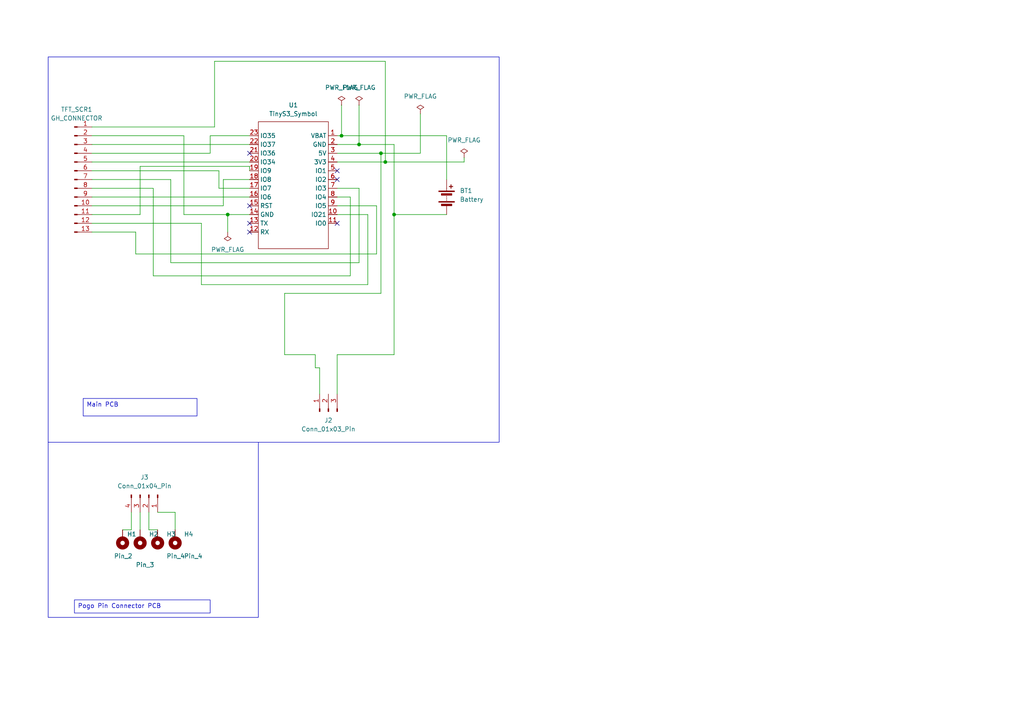
<source format=kicad_sch>
(kicad_sch (version 20230121) (generator eeschema)

  (uuid e2925b64-570f-4017-9c42-691fcefe0c64)

  (paper "A4")

  (title_block
    (title "R.I.O Watch v1")
    (date "2024-06-19")
    (company "Akhilesh Warty")
  )

  (lib_symbols
    (symbol "Connector:Conn_01x03_Pin" (pin_names (offset 1.016) hide) (in_bom yes) (on_board yes)
      (property "Reference" "J" (at 0 5.08 0)
        (effects (font (size 1.27 1.27)))
      )
      (property "Value" "Conn_01x03_Pin" (at 0 -5.08 0)
        (effects (font (size 1.27 1.27)))
      )
      (property "Footprint" "" (at 0 0 0)
        (effects (font (size 1.27 1.27)) hide)
      )
      (property "Datasheet" "~" (at 0 0 0)
        (effects (font (size 1.27 1.27)) hide)
      )
      (property "ki_locked" "" (at 0 0 0)
        (effects (font (size 1.27 1.27)))
      )
      (property "ki_keywords" "connector" (at 0 0 0)
        (effects (font (size 1.27 1.27)) hide)
      )
      (property "ki_description" "Generic connector, single row, 01x03, script generated" (at 0 0 0)
        (effects (font (size 1.27 1.27)) hide)
      )
      (property "ki_fp_filters" "Connector*:*_1x??_*" (at 0 0 0)
        (effects (font (size 1.27 1.27)) hide)
      )
      (symbol "Conn_01x03_Pin_1_1"
        (polyline
          (pts
            (xy 1.27 -2.54)
            (xy 0.8636 -2.54)
          )
          (stroke (width 0.1524) (type default))
          (fill (type none))
        )
        (polyline
          (pts
            (xy 1.27 0)
            (xy 0.8636 0)
          )
          (stroke (width 0.1524) (type default))
          (fill (type none))
        )
        (polyline
          (pts
            (xy 1.27 2.54)
            (xy 0.8636 2.54)
          )
          (stroke (width 0.1524) (type default))
          (fill (type none))
        )
        (rectangle (start 0.8636 -2.413) (end 0 -2.667)
          (stroke (width 0.1524) (type default))
          (fill (type outline))
        )
        (rectangle (start 0.8636 0.127) (end 0 -0.127)
          (stroke (width 0.1524) (type default))
          (fill (type outline))
        )
        (rectangle (start 0.8636 2.667) (end 0 2.413)
          (stroke (width 0.1524) (type default))
          (fill (type outline))
        )
        (pin passive line (at 5.08 2.54 180) (length 3.81)
          (name "Pin_1" (effects (font (size 1.27 1.27))))
          (number "1" (effects (font (size 1.27 1.27))))
        )
        (pin passive line (at 5.08 0 180) (length 3.81)
          (name "Pin_2" (effects (font (size 1.27 1.27))))
          (number "2" (effects (font (size 1.27 1.27))))
        )
        (pin passive line (at 5.08 -2.54 180) (length 3.81)
          (name "Pin_3" (effects (font (size 1.27 1.27))))
          (number "3" (effects (font (size 1.27 1.27))))
        )
      )
    )
    (symbol "Connector:Conn_01x04_Pin" (pin_names (offset 1.016) hide) (in_bom yes) (on_board yes)
      (property "Reference" "J3" (at -5.08 -1.27 90)
        (effects (font (size 1.27 1.27)))
      )
      (property "Value" "Conn_01x04_Pin" (at -2.54 -1.27 90)
        (effects (font (size 1.27 1.27)))
      )
      (property "Footprint" "Connector_FFC-FPC:TE_84952-4_1x04-1MP_P1.0mm_Horizontal" (at 0 0 0)
        (effects (font (size 1.27 1.27)) hide)
      )
      (property "Datasheet" "~" (at 0 0 0)
        (effects (font (size 1.27 1.27)) hide)
      )
      (property "ki_keywords" "connector" (at 0 0 0)
        (effects (font (size 1.27 1.27)) hide)
      )
      (property "ki_description" "Generic connector, single row, 01x04, script generated" (at 0 0 0)
        (effects (font (size 1.27 1.27)) hide)
      )
      (property "ki_fp_filters" "Connector*:*_1x??_*" (at 0 0 0)
        (effects (font (size 1.27 1.27)) hide)
      )
      (symbol "Conn_01x04_Pin_1_1"
        (polyline
          (pts
            (xy 1.27 -5.08)
            (xy 0.8636 -5.08)
          )
          (stroke (width 0.1524) (type default))
          (fill (type none))
        )
        (polyline
          (pts
            (xy 1.27 -2.54)
            (xy 0.8636 -2.54)
          )
          (stroke (width 0.1524) (type default))
          (fill (type none))
        )
        (polyline
          (pts
            (xy 1.27 0)
            (xy 0.8636 0)
          )
          (stroke (width 0.1524) (type default))
          (fill (type none))
        )
        (polyline
          (pts
            (xy 1.27 2.54)
            (xy 0.8636 2.54)
          )
          (stroke (width 0.1524) (type default))
          (fill (type none))
        )
        (rectangle (start 0.8636 -4.953) (end 0 -5.207)
          (stroke (width 0.1524) (type default))
          (fill (type outline))
        )
        (rectangle (start 0.8636 -2.413) (end 0 -2.667)
          (stroke (width 0.1524) (type default))
          (fill (type outline))
        )
        (rectangle (start 0.8636 0.127) (end 0 -0.127)
          (stroke (width 0.1524) (type default))
          (fill (type outline))
        )
        (rectangle (start 0.8636 2.667) (end 0 2.413)
          (stroke (width 0.1524) (type default))
          (fill (type outline))
        )
        (pin passive line (at 5.08 2.54 180) (length 3.81)
          (name "Pin_1" (effects (font (size 1.27 1.27))))
          (number "1" (effects (font (size 1.27 1.27))))
        )
        (pin passive line (at 5.08 0 180) (length 3.81)
          (name "Pin_2" (effects (font (size 1.27 1.27))))
          (number "2" (effects (font (size 1.27 1.27))))
        )
        (pin passive line (at 5.08 -2.54 180) (length 3.81)
          (name "Pin_3" (effects (font (size 1.27 1.27))))
          (number "3" (effects (font (size 1.27 1.27))))
        )
        (pin passive line (at 5.08 -5.08 180) (length 3.81)
          (name "Pin_4" (effects (font (size 1.27 1.27))))
          (number "4" (effects (font (size 1.27 1.27))))
        )
      )
    )
    (symbol "Connector:FPC_13_Pin" (pin_names (offset 1.016) hide) (in_bom yes) (on_board yes)
      (property "Reference" "J1" (at 0.635 20.32 0)
        (effects (font (size 1.27 1.27)))
      )
      (property "Value" "Conn_01x13_Pin" (at 0.635 17.78 0)
        (effects (font (size 1.27 1.27)))
      )
      (property "Footprint" "Connector_JST:JST_GH_BM13B-GHS-TBT_1x13-1MP_P1.25mm_Vertical" (at 0 0 0)
        (effects (font (size 1.27 1.27)) hide)
      )
      (property "Datasheet" "~" (at 0 0 0)
        (effects (font (size 1.27 1.27)) hide)
      )
      (property "ki_keywords" "connector" (at 0 0 0)
        (effects (font (size 1.27 1.27)) hide)
      )
      (property "ki_description" "Generic connector, single row, 01x13, script generated" (at 0 0 0)
        (effects (font (size 1.27 1.27)) hide)
      )
      (property "ki_fp_filters" "Connector*:*_1x??_*" (at 0 0 0)
        (effects (font (size 1.27 1.27)) hide)
      )
      (symbol "FPC_13_Pin_1_1"
        (polyline
          (pts
            (xy 1.27 -15.24)
            (xy 0.8636 -15.24)
          )
          (stroke (width 0.1524) (type default))
          (fill (type none))
        )
        (polyline
          (pts
            (xy 1.27 -12.7)
            (xy 0.8636 -12.7)
          )
          (stroke (width 0.1524) (type default))
          (fill (type none))
        )
        (polyline
          (pts
            (xy 1.27 -10.16)
            (xy 0.8636 -10.16)
          )
          (stroke (width 0.1524) (type default))
          (fill (type none))
        )
        (polyline
          (pts
            (xy 1.27 -7.62)
            (xy 0.8636 -7.62)
          )
          (stroke (width 0.1524) (type default))
          (fill (type none))
        )
        (polyline
          (pts
            (xy 1.27 -5.08)
            (xy 0.8636 -5.08)
          )
          (stroke (width 0.1524) (type default))
          (fill (type none))
        )
        (polyline
          (pts
            (xy 1.27 -2.54)
            (xy 0.8636 -2.54)
          )
          (stroke (width 0.1524) (type default))
          (fill (type none))
        )
        (polyline
          (pts
            (xy 1.27 0)
            (xy 0.8636 0)
          )
          (stroke (width 0.1524) (type default))
          (fill (type none))
        )
        (polyline
          (pts
            (xy 1.27 2.54)
            (xy 0.8636 2.54)
          )
          (stroke (width 0.1524) (type default))
          (fill (type none))
        )
        (polyline
          (pts
            (xy 1.27 5.08)
            (xy 0.8636 5.08)
          )
          (stroke (width 0.1524) (type default))
          (fill (type none))
        )
        (polyline
          (pts
            (xy 1.27 7.62)
            (xy 0.8636 7.62)
          )
          (stroke (width 0.1524) (type default))
          (fill (type none))
        )
        (polyline
          (pts
            (xy 1.27 10.16)
            (xy 0.8636 10.16)
          )
          (stroke (width 0.1524) (type default))
          (fill (type none))
        )
        (polyline
          (pts
            (xy 1.27 12.7)
            (xy 0.8636 12.7)
          )
          (stroke (width 0.1524) (type default))
          (fill (type none))
        )
        (polyline
          (pts
            (xy 1.27 15.24)
            (xy 0.8636 15.24)
          )
          (stroke (width 0.1524) (type default))
          (fill (type none))
        )
        (rectangle (start 0.8636 -15.113) (end 0 -15.367)
          (stroke (width 0.1524) (type default))
          (fill (type outline))
        )
        (rectangle (start 0.8636 -12.573) (end 0 -12.827)
          (stroke (width 0.1524) (type default))
          (fill (type outline))
        )
        (rectangle (start 0.8636 -10.033) (end 0 -10.287)
          (stroke (width 0.1524) (type default))
          (fill (type outline))
        )
        (rectangle (start 0.8636 -7.493) (end 0 -7.747)
          (stroke (width 0.1524) (type default))
          (fill (type outline))
        )
        (rectangle (start 0.8636 -4.953) (end 0 -5.207)
          (stroke (width 0.1524) (type default))
          (fill (type outline))
        )
        (rectangle (start 0.8636 -2.413) (end 0 -2.667)
          (stroke (width 0.1524) (type default))
          (fill (type outline))
        )
        (rectangle (start 0.8636 0.127) (end 0 -0.127)
          (stroke (width 0.1524) (type default))
          (fill (type outline))
        )
        (rectangle (start 0.8636 2.667) (end 0 2.413)
          (stroke (width 0.1524) (type default))
          (fill (type outline))
        )
        (rectangle (start 0.8636 5.207) (end 0 4.953)
          (stroke (width 0.1524) (type default))
          (fill (type outline))
        )
        (rectangle (start 0.8636 7.747) (end 0 7.493)
          (stroke (width 0.1524) (type default))
          (fill (type outline))
        )
        (rectangle (start 0.8636 10.287) (end 0 10.033)
          (stroke (width 0.1524) (type default))
          (fill (type outline))
        )
        (rectangle (start 0.8636 12.827) (end 0 12.573)
          (stroke (width 0.1524) (type default))
          (fill (type outline))
        )
        (rectangle (start 0.8636 15.367) (end 0 15.113)
          (stroke (width 0.1524) (type default))
          (fill (type outline))
        )
        (pin passive line (at 5.08 15.24 180) (length 3.81)
          (name "Pin_1" (effects (font (size 1.27 1.27))))
          (number "1" (effects (font (size 1.27 1.27))))
        )
        (pin passive line (at 5.08 -7.62 180) (length 3.81)
          (name "Pin_10" (effects (font (size 1.27 1.27))))
          (number "10" (effects (font (size 1.27 1.27))))
        )
        (pin passive line (at 5.08 -10.16 180) (length 3.81)
          (name "Pin_11" (effects (font (size 1.27 1.27))))
          (number "11" (effects (font (size 1.27 1.27))))
        )
        (pin passive line (at 5.08 -12.7 180) (length 3.81)
          (name "Pin_12" (effects (font (size 1.27 1.27))))
          (number "12" (effects (font (size 1.27 1.27))))
        )
        (pin passive line (at 5.08 -15.24 180) (length 3.81)
          (name "Pin_13" (effects (font (size 1.27 1.27))))
          (number "13" (effects (font (size 1.27 1.27))))
        )
        (pin passive line (at 5.08 12.7 180) (length 3.81)
          (name "Pin_2" (effects (font (size 1.27 1.27))))
          (number "2" (effects (font (size 1.27 1.27))))
        )
        (pin passive line (at 5.08 10.16 180) (length 3.81)
          (name "Pin_3" (effects (font (size 1.27 1.27))))
          (number "3" (effects (font (size 1.27 1.27))))
        )
        (pin passive line (at 5.08 7.62 180) (length 3.81)
          (name "Pin_4" (effects (font (size 1.27 1.27))))
          (number "4" (effects (font (size 1.27 1.27))))
        )
        (pin passive line (at 5.08 5.08 180) (length 3.81)
          (name "Pin_5" (effects (font (size 1.27 1.27))))
          (number "5" (effects (font (size 1.27 1.27))))
        )
        (pin passive line (at 5.08 2.54 180) (length 3.81)
          (name "Pin_6" (effects (font (size 1.27 1.27))))
          (number "6" (effects (font (size 1.27 1.27))))
        )
        (pin passive line (at 5.08 0 180) (length 3.81)
          (name "Pin_7" (effects (font (size 1.27 1.27))))
          (number "7" (effects (font (size 1.27 1.27))))
        )
        (pin passive line (at 5.08 -2.54 180) (length 3.81)
          (name "Pin_8" (effects (font (size 1.27 1.27))))
          (number "8" (effects (font (size 1.27 1.27))))
        )
        (pin passive line (at 5.08 -5.08 180) (length 3.81)
          (name "Pin_9" (effects (font (size 1.27 1.27))))
          (number "9" (effects (font (size 1.27 1.27))))
        )
      )
    )
    (symbol "Device:Battery" (pin_numbers hide) (pin_names (offset 0) hide) (in_bom yes) (on_board yes)
      (property "Reference" "BT" (at 2.54 2.54 0)
        (effects (font (size 1.27 1.27)) (justify left))
      )
      (property "Value" "Battery" (at 2.54 0 0)
        (effects (font (size 1.27 1.27)) (justify left))
      )
      (property "Footprint" "" (at 0 1.524 90)
        (effects (font (size 1.27 1.27)) hide)
      )
      (property "Datasheet" "~" (at 0 1.524 90)
        (effects (font (size 1.27 1.27)) hide)
      )
      (property "ki_keywords" "batt voltage-source cell" (at 0 0 0)
        (effects (font (size 1.27 1.27)) hide)
      )
      (property "ki_description" "Multiple-cell battery" (at 0 0 0)
        (effects (font (size 1.27 1.27)) hide)
      )
      (symbol "Battery_0_1"
        (rectangle (start -2.286 -1.27) (end 2.286 -1.524)
          (stroke (width 0) (type default))
          (fill (type outline))
        )
        (rectangle (start -2.286 1.778) (end 2.286 1.524)
          (stroke (width 0) (type default))
          (fill (type outline))
        )
        (rectangle (start -1.524 -2.032) (end 1.524 -2.54)
          (stroke (width 0) (type default))
          (fill (type outline))
        )
        (rectangle (start -1.524 1.016) (end 1.524 0.508)
          (stroke (width 0) (type default))
          (fill (type outline))
        )
        (polyline
          (pts
            (xy 0 -1.016)
            (xy 0 -0.762)
          )
          (stroke (width 0) (type default))
          (fill (type none))
        )
        (polyline
          (pts
            (xy 0 -0.508)
            (xy 0 -0.254)
          )
          (stroke (width 0) (type default))
          (fill (type none))
        )
        (polyline
          (pts
            (xy 0 0)
            (xy 0 0.254)
          )
          (stroke (width 0) (type default))
          (fill (type none))
        )
        (polyline
          (pts
            (xy 0 1.778)
            (xy 0 2.54)
          )
          (stroke (width 0) (type default))
          (fill (type none))
        )
        (polyline
          (pts
            (xy 0.762 3.048)
            (xy 1.778 3.048)
          )
          (stroke (width 0.254) (type default))
          (fill (type none))
        )
        (polyline
          (pts
            (xy 1.27 3.556)
            (xy 1.27 2.54)
          )
          (stroke (width 0.254) (type default))
          (fill (type none))
        )
      )
      (symbol "Battery_1_1"
        (pin passive line (at 0 5.08 270) (length 2.54)
          (name "+" (effects (font (size 1.27 1.27))))
          (number "1" (effects (font (size 1.27 1.27))))
        )
        (pin passive line (at 0 -5.08 90) (length 2.54)
          (name "-" (effects (font (size 1.27 1.27))))
          (number "2" (effects (font (size 1.27 1.27))))
        )
      )
    )
    (symbol "Mechanical:MountingHole_Pad" (pin_numbers hide) (pin_names (offset 1.016) hide) (in_bom yes) (on_board yes)
      (property "Reference" "H" (at 0 6.35 0)
        (effects (font (size 1.27 1.27)))
      )
      (property "Value" "MountingHole_Pad" (at 0 4.445 0)
        (effects (font (size 1.27 1.27)))
      )
      (property "Footprint" "" (at 0 0 0)
        (effects (font (size 1.27 1.27)) hide)
      )
      (property "Datasheet" "~" (at 0 0 0)
        (effects (font (size 1.27 1.27)) hide)
      )
      (property "ki_keywords" "mounting hole" (at 0 0 0)
        (effects (font (size 1.27 1.27)) hide)
      )
      (property "ki_description" "Mounting Hole with connection" (at 0 0 0)
        (effects (font (size 1.27 1.27)) hide)
      )
      (property "ki_fp_filters" "MountingHole*Pad*" (at 0 0 0)
        (effects (font (size 1.27 1.27)) hide)
      )
      (symbol "MountingHole_Pad_0_1"
        (circle (center 0 1.27) (radius 1.27)
          (stroke (width 1.27) (type default))
          (fill (type none))
        )
      )
      (symbol "MountingHole_Pad_1_1"
        (pin input line (at 0 -2.54 90) (length 2.54)
          (name "1" (effects (font (size 1.27 1.27))))
          (number "1" (effects (font (size 1.27 1.27))))
        )
      )
    )
    (symbol "TinyS3:TinyS3_Symbol" (in_bom yes) (on_board yes)
      (property "Reference" "U" (at -0.508 -20.32 0)
        (effects (font (size 1.27 1.27)))
      )
      (property "Value" "TinyS3_Symbol" (at -0.508 21.844 0)
        (effects (font (size 1.27 1.27)))
      )
      (property "Footprint" "TinyS3:TinyS3" (at -0.508 1.524 0)
        (effects (font (size 1.27 1.27)) hide)
      )
      (property "Datasheet" "" (at -0.508 1.524 0)
        (effects (font (size 1.27 1.27)) hide)
      )
      (symbol "TinyS3_Symbol_0_1"
        (rectangle (start -10.16 19.304) (end 10.16 -17.526)
          (stroke (width 0.1524) (type default))
          (fill (type none))
        )
      )
      (symbol "TinyS3_Symbol_1_1"
        (pin power_in line (at 12.7 15.24 180) (length 2.54)
          (name "VBAT" (effects (font (size 1.27 1.27))))
          (number "1" (effects (font (size 1.27 1.27))))
        )
        (pin bidirectional line (at 12.7 -7.62 180) (length 2.54)
          (name "IO21" (effects (font (size 1.27 1.27))))
          (number "10" (effects (font (size 1.27 1.27))))
        )
        (pin bidirectional line (at 12.7 -10.16 180) (length 2.54)
          (name "IO0" (effects (font (size 1.27 1.27))))
          (number "11" (effects (font (size 1.27 1.27))))
        )
        (pin bidirectional line (at -12.7 -12.7 0) (length 2.54)
          (name "RX" (effects (font (size 1.27 1.27))))
          (number "12" (effects (font (size 1.27 1.27))))
        )
        (pin bidirectional line (at -12.7 -10.16 0) (length 2.54)
          (name "TX" (effects (font (size 1.27 1.27))))
          (number "13" (effects (font (size 1.27 1.27))))
        )
        (pin power_in line (at -12.7 -7.62 0) (length 2.54)
          (name "GND" (effects (font (size 1.27 1.27))))
          (number "14" (effects (font (size 1.27 1.27))))
        )
        (pin input line (at -12.7 -5.08 0) (length 2.54)
          (name "RST" (effects (font (size 1.27 1.27))))
          (number "15" (effects (font (size 1.27 1.27))))
        )
        (pin bidirectional line (at -12.7 -2.54 0) (length 2.54)
          (name "IO6" (effects (font (size 1.27 1.27))))
          (number "16" (effects (font (size 1.27 1.27))))
        )
        (pin bidirectional line (at -12.7 0 0) (length 2.54)
          (name "IO7" (effects (font (size 1.27 1.27))))
          (number "17" (effects (font (size 1.27 1.27))))
        )
        (pin bidirectional line (at -12.7 2.54 0) (length 2.54)
          (name "IO8" (effects (font (size 1.27 1.27))))
          (number "18" (effects (font (size 1.27 1.27))))
        )
        (pin bidirectional line (at -12.7 5.08 0) (length 2.54)
          (name "IO9" (effects (font (size 1.27 1.27))))
          (number "19" (effects (font (size 1.27 1.27))))
        )
        (pin power_in line (at 12.7 12.7 180) (length 2.54)
          (name "GND" (effects (font (size 1.27 1.27))))
          (number "2" (effects (font (size 1.27 1.27))))
        )
        (pin bidirectional line (at -12.7 7.62 0) (length 2.54)
          (name "IO34" (effects (font (size 1.27 1.27))))
          (number "20" (effects (font (size 1.27 1.27))))
        )
        (pin bidirectional line (at -12.7 10.16 0) (length 2.54)
          (name "IO36" (effects (font (size 1.27 1.27))))
          (number "21" (effects (font (size 1.27 1.27))))
        )
        (pin bidirectional line (at -12.7 12.7 0) (length 2.54)
          (name "IO37" (effects (font (size 1.27 1.27))))
          (number "22" (effects (font (size 1.27 1.27))))
        )
        (pin bidirectional line (at -12.7 15.24 0) (length 2.54)
          (name "IO35" (effects (font (size 1.27 1.27))))
          (number "23" (effects (font (size 1.27 1.27))))
        )
        (pin power_in line (at 12.7 10.16 180) (length 2.54)
          (name "5V" (effects (font (size 1.27 1.27))))
          (number "3" (effects (font (size 1.27 1.27))))
        )
        (pin power_in line (at 12.7 7.62 180) (length 2.54)
          (name "3V3" (effects (font (size 1.27 1.27))))
          (number "4" (effects (font (size 1.27 1.27))))
        )
        (pin bidirectional line (at 12.7 5.08 180) (length 2.54)
          (name "IO1" (effects (font (size 1.27 1.27))))
          (number "5" (effects (font (size 1.27 1.27))))
        )
        (pin bidirectional line (at 12.7 2.54 180) (length 2.54)
          (name "IO2" (effects (font (size 1.27 1.27))))
          (number "6" (effects (font (size 1.27 1.27))))
        )
        (pin bidirectional line (at 12.7 0 180) (length 2.54)
          (name "IO3" (effects (font (size 1.27 1.27))))
          (number "7" (effects (font (size 1.27 1.27))))
        )
        (pin bidirectional line (at 12.7 -2.54 180) (length 2.54)
          (name "IO4" (effects (font (size 1.27 1.27))))
          (number "8" (effects (font (size 1.27 1.27))))
        )
        (pin bidirectional line (at 12.7 -5.08 180) (length 2.54)
          (name "IO5" (effects (font (size 1.27 1.27))))
          (number "9" (effects (font (size 1.27 1.27))))
        )
      )
    )
    (symbol "power:PWR_FLAG" (power) (pin_numbers hide) (pin_names (offset 0) hide) (in_bom yes) (on_board yes)
      (property "Reference" "#FLG" (at 0 1.905 0)
        (effects (font (size 1.27 1.27)) hide)
      )
      (property "Value" "PWR_FLAG" (at 0 3.81 0)
        (effects (font (size 1.27 1.27)))
      )
      (property "Footprint" "" (at 0 0 0)
        (effects (font (size 1.27 1.27)) hide)
      )
      (property "Datasheet" "~" (at 0 0 0)
        (effects (font (size 1.27 1.27)) hide)
      )
      (property "ki_keywords" "flag power" (at 0 0 0)
        (effects (font (size 1.27 1.27)) hide)
      )
      (property "ki_description" "Special symbol for telling ERC where power comes from" (at 0 0 0)
        (effects (font (size 1.27 1.27)) hide)
      )
      (symbol "PWR_FLAG_0_0"
        (pin power_out line (at 0 0 90) (length 0)
          (name "pwr" (effects (font (size 1.27 1.27))))
          (number "1" (effects (font (size 1.27 1.27))))
        )
      )
      (symbol "PWR_FLAG_0_1"
        (polyline
          (pts
            (xy 0 0)
            (xy 0 1.27)
            (xy -1.016 1.905)
            (xy 0 2.54)
            (xy 1.016 1.905)
            (xy 0 1.27)
          )
          (stroke (width 0) (type default))
          (fill (type none))
        )
      )
    )
  )

  (junction (at 111.76 46.99) (diameter 0) (color 0 0 0 0)
    (uuid 3d1a4781-387e-4e40-8feb-a921c68a6228)
  )
  (junction (at 104.14 41.91) (diameter 0) (color 0 0 0 0)
    (uuid 57f37c73-ce8d-4a85-9c30-3b3cc458744c)
  )
  (junction (at 110.49 44.45) (diameter 0) (color 0 0 0 0)
    (uuid 68012d79-5ff4-4b56-bbaf-9ad1ad9a3f5a)
  )
  (junction (at 66.04 62.23) (diameter 0) (color 0 0 0 0)
    (uuid 7f53abce-2f6d-40ef-878b-ef1de292b5e9)
  )
  (junction (at 99.06 39.37) (diameter 0) (color 0 0 0 0)
    (uuid fc3e1f37-5de3-40d2-b226-b511afdda90f)
  )
  (junction (at 114.3 62.23) (diameter 0) (color 0 0 0 0)
    (uuid fd0140de-2c0a-4356-9554-a8f0a8469275)
  )

  (no_connect (at 97.79 64.77) (uuid 37e8d04c-e217-480e-b485-9d69fd28cc0c))
  (no_connect (at 72.39 59.69) (uuid 41a65ef5-b096-404f-8a1a-5ff2b80d1e67))
  (no_connect (at 97.79 49.53) (uuid 6b8bf400-02e4-48d5-8c74-98a7f677645d))
  (no_connect (at 97.79 52.07) (uuid 7bb4b1c4-5ee4-47e1-9b57-43eead886d6b))
  (no_connect (at 72.39 67.31) (uuid 87318952-4922-43b0-bb53-81b96e62b982))
  (no_connect (at 72.39 64.77) (uuid 8f887349-64ad-4820-a964-d0b07c4776fe))
  (no_connect (at 72.39 44.45) (uuid cb121586-5aef-4efa-bd96-ee02a425137b))

  (wire (pts (xy 97.79 39.37) (xy 99.06 39.37))
    (stroke (width 0) (type default))
    (uuid 053d7c45-df48-48e6-bb47-4705e8787354)
  )
  (wire (pts (xy 53.34 39.37) (xy 53.34 62.23))
    (stroke (width 0) (type default))
    (uuid 07367b0d-a1aa-4524-aea4-4f5fb5960756)
  )
  (wire (pts (xy 97.79 102.87) (xy 97.79 114.3))
    (stroke (width 0) (type default))
    (uuid 09f6d04c-b09e-48bf-b52b-6fb8d9482dab)
  )
  (wire (pts (xy 63.5 54.61) (xy 72.39 54.61))
    (stroke (width 0) (type default))
    (uuid 148fff66-8aa2-4ec2-9b2f-5680d4a0fa13)
  )
  (wire (pts (xy 60.96 44.45) (xy 60.96 39.37))
    (stroke (width 0) (type default))
    (uuid 1a464181-d913-4086-892d-8f9f3cc6eac3)
  )
  (wire (pts (xy 111.76 17.78) (xy 111.76 46.99))
    (stroke (width 0) (type default))
    (uuid 1b5c6728-d038-48f3-b65e-c26d776cabca)
  )
  (wire (pts (xy 26.67 57.15) (xy 72.39 57.15))
    (stroke (width 0) (type default))
    (uuid 1d8737b8-ab3d-4bac-aaa2-30f1c4697ffd)
  )
  (wire (pts (xy 44.45 54.61) (xy 44.45 80.01))
    (stroke (width 0) (type default))
    (uuid 1fe53626-d82f-485e-9e1c-09c2f0a000e5)
  )
  (wire (pts (xy 50.8 148.59) (xy 45.72 148.59))
    (stroke (width 0) (type default))
    (uuid 2c2d2e54-7340-4fa6-a07c-f70aafd7f214)
  )
  (wire (pts (xy 134.62 45.72) (xy 134.62 46.99))
    (stroke (width 0) (type default))
    (uuid 2c4dd82b-191a-44c7-a95d-becccfb7e3da)
  )
  (wire (pts (xy 109.22 59.69) (xy 97.79 59.69))
    (stroke (width 0) (type default))
    (uuid 2c820f21-efe1-45a5-86cb-aee4c7d70154)
  )
  (wire (pts (xy 38.1 148.59) (xy 38.1 153.67))
    (stroke (width 0) (type default))
    (uuid 2cc2ecc6-9afa-472c-a618-7523e5518649)
  )
  (wire (pts (xy 35.56 153.67) (xy 38.1 153.67))
    (stroke (width 0) (type default))
    (uuid 2fc0c63c-6935-45cd-b6ca-67b3e908be4b)
  )
  (wire (pts (xy 26.67 39.37) (xy 53.34 39.37))
    (stroke (width 0) (type default))
    (uuid 31887472-8382-4ec9-b528-209ae39fc077)
  )
  (wire (pts (xy 111.76 46.99) (xy 97.79 46.99))
    (stroke (width 0) (type default))
    (uuid 33327ae7-3608-47b6-a512-2ddc823be174)
  )
  (wire (pts (xy 26.67 67.31) (xy 39.37 67.31))
    (stroke (width 0) (type default))
    (uuid 34ed2584-fd77-4f83-ba4c-2bee52a6dcdc)
  )
  (wire (pts (xy 121.92 44.45) (xy 110.49 44.45))
    (stroke (width 0) (type default))
    (uuid 39f82e91-b8ad-4448-a33c-e7eb5e649570)
  )
  (wire (pts (xy 45.72 153.67) (xy 43.18 153.67))
    (stroke (width 0) (type default))
    (uuid 3b38ac52-5da5-40fc-a8bc-f09d335e9991)
  )
  (wire (pts (xy 110.49 85.09) (xy 110.49 44.45))
    (stroke (width 0) (type default))
    (uuid 3f29d9ce-44a6-4ed5-9b19-94d45e8318b6)
  )
  (wire (pts (xy 26.67 41.91) (xy 72.39 41.91))
    (stroke (width 0) (type default))
    (uuid 41a0ded5-8b9b-4f97-a248-c9ba81fb044e)
  )
  (wire (pts (xy 39.37 67.31) (xy 39.37 73.66))
    (stroke (width 0) (type default))
    (uuid 44cf7bd5-0d82-436d-a761-67ba2a7ff980)
  )
  (wire (pts (xy 66.04 62.23) (xy 72.39 62.23))
    (stroke (width 0) (type default))
    (uuid 4bfb78b7-ed9e-421b-98cb-f4de8c583c38)
  )
  (wire (pts (xy 72.39 48.26) (xy 72.39 49.53))
    (stroke (width 0) (type default))
    (uuid 56f5e668-e00f-4a09-8bcd-bf9b41562cee)
  )
  (wire (pts (xy 82.55 102.87) (xy 91.44 102.87))
    (stroke (width 0) (type default))
    (uuid 59e122e1-5eeb-4043-946b-6ea446c21a8f)
  )
  (wire (pts (xy 64.77 59.69) (xy 64.77 52.07))
    (stroke (width 0) (type default))
    (uuid 5ea1d925-e0d4-467d-a26f-6bd9c400539b)
  )
  (wire (pts (xy 114.3 102.87) (xy 114.3 62.23))
    (stroke (width 0) (type default))
    (uuid 64cd92f3-7a15-4d49-afa3-ee5bb5d81ad9)
  )
  (wire (pts (xy 26.67 64.77) (xy 58.42 64.77))
    (stroke (width 0) (type default))
    (uuid 699fae73-1ae5-49f9-a276-91b909ef99db)
  )
  (wire (pts (xy 60.96 39.37) (xy 72.39 39.37))
    (stroke (width 0) (type default))
    (uuid 69c1629e-c365-4029-b000-40f9abc261c1)
  )
  (wire (pts (xy 63.5 49.53) (xy 63.5 54.61))
    (stroke (width 0) (type default))
    (uuid 6f508c80-cd79-446e-8ffd-38428919a048)
  )
  (wire (pts (xy 26.67 36.83) (xy 62.23 36.83))
    (stroke (width 0) (type default))
    (uuid 718383d5-1c44-4576-bdb4-b71398f7e1c5)
  )
  (wire (pts (xy 97.79 102.87) (xy 114.3 102.87))
    (stroke (width 0) (type default))
    (uuid 73e11a1a-e45a-4388-b239-1546667ea605)
  )
  (wire (pts (xy 92.71 114.3) (xy 92.71 106.68))
    (stroke (width 0) (type default))
    (uuid 75d3cfea-b349-493c-9b46-1186a5297819)
  )
  (wire (pts (xy 104.14 41.91) (xy 114.3 41.91))
    (stroke (width 0) (type default))
    (uuid 76999c5b-3b68-40c0-abc3-d64f20783c04)
  )
  (wire (pts (xy 40.64 62.23) (xy 40.64 48.26))
    (stroke (width 0) (type default))
    (uuid 7e3e3edc-2dcc-49d8-8f0d-22777cb40072)
  )
  (wire (pts (xy 106.68 82.55) (xy 106.68 62.23))
    (stroke (width 0) (type default))
    (uuid 80a7b1e6-bc98-4b1c-8a54-d94c1fb2712c)
  )
  (wire (pts (xy 43.18 153.67) (xy 43.18 148.59))
    (stroke (width 0) (type default))
    (uuid 842400f5-12f1-4df5-8d98-cb33d6e20e3c)
  )
  (wire (pts (xy 114.3 62.23) (xy 129.54 62.23))
    (stroke (width 0) (type default))
    (uuid 8b9f5e8b-a555-427d-812d-4d9000230f81)
  )
  (wire (pts (xy 92.71 106.68) (xy 91.44 106.68))
    (stroke (width 0) (type default))
    (uuid 8d210e21-3835-431f-b58d-47e3f22c3c8a)
  )
  (wire (pts (xy 97.79 57.15) (xy 101.6 57.15))
    (stroke (width 0) (type default))
    (uuid 8da5239d-fcef-4ac5-aab3-13ffcf942a8a)
  )
  (wire (pts (xy 99.06 30.48) (xy 99.06 39.37))
    (stroke (width 0) (type default))
    (uuid 90e7f595-b4a5-4738-bbf8-e70ccb87abf2)
  )
  (wire (pts (xy 134.62 46.99) (xy 111.76 46.99))
    (stroke (width 0) (type default))
    (uuid 94e357cb-97c1-4644-b83b-daf38206483d)
  )
  (wire (pts (xy 91.44 102.87) (xy 91.44 106.68))
    (stroke (width 0) (type default))
    (uuid 966cf907-40a9-4aa1-909f-30f4d9cbf6c4)
  )
  (wire (pts (xy 62.23 36.83) (xy 62.23 17.78))
    (stroke (width 0) (type default))
    (uuid 98ae687b-318e-470b-b78b-a13dec1befe0)
  )
  (wire (pts (xy 44.45 80.01) (xy 101.6 80.01))
    (stroke (width 0) (type default))
    (uuid 994348e5-9ccb-4404-89a9-2a40a24a65b2)
  )
  (wire (pts (xy 64.77 52.07) (xy 72.39 52.07))
    (stroke (width 0) (type default))
    (uuid 9b1adfae-7586-4b5e-8b25-2c69d9daa310)
  )
  (wire (pts (xy 129.54 39.37) (xy 129.54 52.07))
    (stroke (width 0) (type default))
    (uuid a0991e44-6403-4e7c-850a-07ca99fd4d79)
  )
  (wire (pts (xy 39.37 73.66) (xy 109.22 73.66))
    (stroke (width 0) (type default))
    (uuid a7930387-a738-4a69-9c28-5bdddbf7a3cf)
  )
  (wire (pts (xy 106.68 62.23) (xy 97.79 62.23))
    (stroke (width 0) (type default))
    (uuid a94d8540-c468-4509-b2ef-192c156cc75d)
  )
  (wire (pts (xy 53.34 62.23) (xy 66.04 62.23))
    (stroke (width 0) (type default))
    (uuid afbb97b5-e9ac-45ff-898f-fcb22f682489)
  )
  (wire (pts (xy 26.67 49.53) (xy 63.5 49.53))
    (stroke (width 0) (type default))
    (uuid b52e17cf-0a74-457a-8075-60f0f7400818)
  )
  (wire (pts (xy 26.67 54.61) (xy 44.45 54.61))
    (stroke (width 0) (type default))
    (uuid b6238dcb-1069-41c2-9f0f-d6129f102428)
  )
  (wire (pts (xy 97.79 41.91) (xy 104.14 41.91))
    (stroke (width 0) (type default))
    (uuid b84cf4ad-affc-424f-8c57-25ababe5ea00)
  )
  (wire (pts (xy 40.64 148.59) (xy 40.64 153.67))
    (stroke (width 0) (type default))
    (uuid bec8f1c0-e184-423d-acaf-027f4fc83a7a)
  )
  (wire (pts (xy 99.06 39.37) (xy 129.54 39.37))
    (stroke (width 0) (type default))
    (uuid bf21024a-d419-4a2a-88ad-12a2c2374e6c)
  )
  (wire (pts (xy 66.04 62.23) (xy 66.04 67.31))
    (stroke (width 0) (type default))
    (uuid bf51eef2-f39f-447f-8188-73183e2e8750)
  )
  (wire (pts (xy 40.64 48.26) (xy 72.39 48.26))
    (stroke (width 0) (type default))
    (uuid bf7aa7e2-ba0f-49fc-b201-0e901b8ccc10)
  )
  (wire (pts (xy 82.55 85.09) (xy 110.49 85.09))
    (stroke (width 0) (type default))
    (uuid c01031cd-59f0-4b69-bd75-c24086e88959)
  )
  (wire (pts (xy 62.23 17.78) (xy 111.76 17.78))
    (stroke (width 0) (type default))
    (uuid c0f02f85-9b03-45ba-b596-0d5324a4dd32)
  )
  (wire (pts (xy 104.14 54.61) (xy 97.79 54.61))
    (stroke (width 0) (type default))
    (uuid c28e388f-70be-4126-a927-b503bfd8f1e2)
  )
  (wire (pts (xy 121.92 33.02) (xy 121.92 44.45))
    (stroke (width 0) (type default))
    (uuid c389fa74-c23b-4e33-8bf8-270a0af29639)
  )
  (wire (pts (xy 104.14 76.2) (xy 104.14 54.61))
    (stroke (width 0) (type default))
    (uuid c56963c9-d444-45b5-91d4-a78f046c61cc)
  )
  (wire (pts (xy 26.67 52.07) (xy 49.53 52.07))
    (stroke (width 0) (type default))
    (uuid c934cb27-fdf8-4747-8a08-8857f17442a2)
  )
  (wire (pts (xy 49.53 76.2) (xy 104.14 76.2))
    (stroke (width 0) (type default))
    (uuid cd1c99be-d5a5-437a-b8d0-31e9c7b0bb4b)
  )
  (wire (pts (xy 26.67 44.45) (xy 60.96 44.45))
    (stroke (width 0) (type default))
    (uuid cfa30b90-1da8-4f4d-9561-f73a2c859edd)
  )
  (wire (pts (xy 110.49 44.45) (xy 97.79 44.45))
    (stroke (width 0) (type default))
    (uuid d09db79d-a3eb-4f13-b086-eeef0eb284ff)
  )
  (wire (pts (xy 26.67 46.99) (xy 72.39 46.99))
    (stroke (width 0) (type default))
    (uuid d198d247-96b8-489b-8a72-adbe4dea6a97)
  )
  (wire (pts (xy 82.55 102.87) (xy 82.55 85.09))
    (stroke (width 0) (type default))
    (uuid d83d9f2a-8680-4326-a127-538017261855)
  )
  (wire (pts (xy 114.3 62.23) (xy 114.3 41.91))
    (stroke (width 0) (type default))
    (uuid d98e59f9-f86f-44db-9b37-02ee40fa2361)
  )
  (wire (pts (xy 26.67 59.69) (xy 64.77 59.69))
    (stroke (width 0) (type default))
    (uuid da021f35-1cfc-45d8-bf1f-a429048cd600)
  )
  (wire (pts (xy 101.6 57.15) (xy 101.6 80.01))
    (stroke (width 0) (type default))
    (uuid dc65d84c-6248-4fa5-b187-a2a863824703)
  )
  (wire (pts (xy 104.14 30.48) (xy 104.14 41.91))
    (stroke (width 0) (type default))
    (uuid e68ad06c-d87c-486c-8b69-b40e747dcba5)
  )
  (wire (pts (xy 26.67 62.23) (xy 40.64 62.23))
    (stroke (width 0) (type default))
    (uuid eda56d6c-e3c5-485b-8445-94811ef9e065)
  )
  (wire (pts (xy 58.42 64.77) (xy 58.42 82.55))
    (stroke (width 0) (type default))
    (uuid f1fb9af3-2935-4503-b9c6-ebefb8af865c)
  )
  (wire (pts (xy 50.8 153.67) (xy 50.8 148.59))
    (stroke (width 0) (type default))
    (uuid f35ece92-bebf-48fd-9056-5564a75ed582)
  )
  (wire (pts (xy 109.22 73.66) (xy 109.22 59.69))
    (stroke (width 0) (type default))
    (uuid f493b52d-e309-4748-8a74-b8a8ccfc773e)
  )
  (wire (pts (xy 49.53 52.07) (xy 49.53 76.2))
    (stroke (width 0) (type default))
    (uuid f5b414f7-430e-4d51-96c9-978da697f802)
  )
  (wire (pts (xy 58.42 82.55) (xy 106.68 82.55))
    (stroke (width 0) (type default))
    (uuid fc9b4828-b7ac-400f-aa0a-731e879351c5)
  )

  (rectangle (start 13.97 16.51) (end 144.78 128.27)
    (stroke (width 0) (type default))
    (fill (type none))
    (uuid 86538915-d670-419f-a54a-d5561ac417be)
  )
  (rectangle (start 13.97 128.27) (end 74.93 179.07)
    (stroke (width 0) (type default))
    (fill (type none))
    (uuid e96b0054-e48a-4444-aeb6-7eabb02f37fd)
  )

  (text_box "Main PCB"
    (at 24.13 115.57 0) (size 33.02 5.08)
    (stroke (width 0) (type default))
    (fill (type none))
    (effects (font (size 1.27 1.27)) (justify left top))
    (uuid 21b8b79b-9dc0-4cee-9d30-092782653fb7)
  )
  (text_box "Pogo Pin Connector PCB"
    (at 21.59 173.99 0) (size 39.37 3.81)
    (stroke (width 0) (type default))
    (fill (type none))
    (effects (font (size 1.27 1.27)) (justify left top))
    (uuid bfcc2970-93f2-4bd6-b5b0-002579dd1640)
  )

  (symbol (lib_id "power:PWR_FLAG") (at 99.06 30.48 0) (unit 1)
    (in_bom yes) (on_board yes) (dnp no) (fields_autoplaced)
    (uuid 08fe27b9-8d3e-48dc-a8b2-0ba0b5b38d1d)
    (property "Reference" "#FLG05" (at 99.06 28.575 0)
      (effects (font (size 1.27 1.27)) hide)
    )
    (property "Value" "PWR_FLAG" (at 99.06 25.4 0)
      (effects (font (size 1.27 1.27)))
    )
    (property "Footprint" "" (at 99.06 30.48 0)
      (effects (font (size 1.27 1.27)) hide)
    )
    (property "Datasheet" "~" (at 99.06 30.48 0)
      (effects (font (size 1.27 1.27)) hide)
    )
    (pin "1" (uuid c0fbf0a4-436a-4d39-8112-4a06e6e0f8f4))
    (instances
      (project "RIO_V1"
        (path "/e2925b64-570f-4017-9c42-691fcefe0c64"
          (reference "#FLG05") (unit 1)
        )
      )
    )
  )

  (symbol (lib_id "power:PWR_FLAG") (at 104.14 30.48 0) (unit 1)
    (in_bom yes) (on_board yes) (dnp no) (fields_autoplaced)
    (uuid 172da6d5-c151-43bc-86e6-93d162fe9ffd)
    (property "Reference" "#FLG01" (at 104.14 28.575 0)
      (effects (font (size 1.27 1.27)) hide)
    )
    (property "Value" "PWR_FLAG" (at 104.14 25.4 0)
      (effects (font (size 1.27 1.27)))
    )
    (property "Footprint" "" (at 104.14 30.48 0)
      (effects (font (size 1.27 1.27)) hide)
    )
    (property "Datasheet" "~" (at 104.14 30.48 0)
      (effects (font (size 1.27 1.27)) hide)
    )
    (pin "1" (uuid 2ef71553-c6dd-4442-86f2-b08066527bfe))
    (instances
      (project "RIO_V1"
        (path "/e2925b64-570f-4017-9c42-691fcefe0c64"
          (reference "#FLG01") (unit 1)
        )
      )
    )
  )

  (symbol (lib_id "power:PWR_FLAG") (at 66.04 67.31 0) (mirror x) (unit 1)
    (in_bom yes) (on_board yes) (dnp no)
    (uuid 1daf46d1-4b13-43c0-b444-d9305c6835b9)
    (property "Reference" "#FLG02" (at 66.04 69.215 0)
      (effects (font (size 1.27 1.27)) hide)
    )
    (property "Value" "PWR_FLAG" (at 66.04 72.39 0)
      (effects (font (size 1.27 1.27)))
    )
    (property "Footprint" "" (at 66.04 67.31 0)
      (effects (font (size 1.27 1.27)) hide)
    )
    (property "Datasheet" "~" (at 66.04 67.31 0)
      (effects (font (size 1.27 1.27)) hide)
    )
    (pin "1" (uuid 19db0ee1-0a17-44a3-848c-e8cb81eed05b))
    (instances
      (project "RIO_V1"
        (path "/e2925b64-570f-4017-9c42-691fcefe0c64"
          (reference "#FLG02") (unit 1)
        )
      )
    )
  )

  (symbol (lib_id "Connector:FPC_13_Pin") (at 21.59 52.07 0) (unit 1)
    (in_bom yes) (on_board yes) (dnp no) (fields_autoplaced)
    (uuid 2f994cae-b5d2-4039-b11b-3c8005810424)
    (property "Reference" "TFT_SCR1" (at 22.225 31.75 0)
      (effects (font (size 1.27 1.27)))
    )
    (property "Value" "GH_CONNECTOR" (at 22.225 34.29 0)
      (effects (font (size 1.27 1.27)))
    )
    (property "Footprint" "Connector_JST:JST_GH_BM13B-GHS-TBT_1x13-1MP_P1.25mm_Vertical" (at 21.59 52.07 0)
      (effects (font (size 1.27 1.27)) hide)
    )
    (property "Datasheet" "~" (at 21.59 52.07 0)
      (effects (font (size 1.27 1.27)) hide)
    )
    (pin "7" (uuid 1c535ca7-77d2-4c97-9bbf-d4261d0e6503))
    (pin "5" (uuid 62be19f9-3059-4e11-b97a-4593d73bb175))
    (pin "2" (uuid d01087f3-ee1f-4e0a-97e1-bd6dcc8fd7ab))
    (pin "9" (uuid c86924a6-1476-4f43-9642-c4044b17ed4b))
    (pin "11" (uuid 0529b852-7fc7-421b-b255-7d69581b1feb))
    (pin "3" (uuid 2b70379b-4498-4742-b1c5-a8de32416906))
    (pin "8" (uuid b5531d40-2fe9-42c7-a3f5-13da18a1b03e))
    (pin "6" (uuid b723c268-c6f7-4c11-8860-78453b085692))
    (pin "12" (uuid 55637e48-e8fd-4dfc-a85f-8de6f3cf28ed))
    (pin "13" (uuid 43912ed3-5b28-4ef8-a63f-6f1a8fbfa6b5))
    (pin "1" (uuid b52b8cd7-de60-40f5-9347-a78942007535))
    (pin "4" (uuid f86879ac-e9b5-40eb-9156-0fe36c2ccb56))
    (pin "10" (uuid 0bdbe073-ad69-489c-9907-a78dee9fd8fd))
    (instances
      (project "RIO_V1"
        (path "/e2925b64-570f-4017-9c42-691fcefe0c64"
          (reference "TFT_SCR1") (unit 1)
        )
      )
    )
  )

  (symbol (lib_id "Mechanical:MountingHole_Pad") (at 40.64 156.21 0) (mirror x) (unit 1)
    (in_bom yes) (on_board yes) (dnp no)
    (uuid 31edc6ff-2804-40f5-a7c2-a9bb23bf2f6f)
    (property "Reference" "H2" (at 43.18 154.94 0)
      (effects (font (size 1.27 1.27)) (justify left))
    )
    (property "Value" "Pin_3" (at 39.37 163.83 0)
      (effects (font (size 1.27 1.27)) (justify left))
    )
    (property "Footprint" "MountingHole:MountingHole_2.2mm_M2_DIN965_Pad" (at 40.64 156.21 0)
      (effects (font (size 1.27 1.27)) hide)
    )
    (property "Datasheet" "~" (at 40.64 156.21 0)
      (effects (font (size 1.27 1.27)) hide)
    )
    (pin "1" (uuid aee96f89-9506-4eff-bf7a-69ec3d1fd5a3))
    (instances
      (project "RIO_V1"
        (path "/e2925b64-570f-4017-9c42-691fcefe0c64"
          (reference "H2") (unit 1)
        )
      )
    )
  )

  (symbol (lib_id "power:PWR_FLAG") (at 121.92 33.02 0) (unit 1)
    (in_bom yes) (on_board yes) (dnp no) (fields_autoplaced)
    (uuid 3c7f321e-2e7f-4603-b485-79cf158388a5)
    (property "Reference" "#FLG03" (at 121.92 31.115 0)
      (effects (font (size 1.27 1.27)) hide)
    )
    (property "Value" "PWR_FLAG" (at 121.92 27.94 0)
      (effects (font (size 1.27 1.27)))
    )
    (property "Footprint" "" (at 121.92 33.02 0)
      (effects (font (size 1.27 1.27)) hide)
    )
    (property "Datasheet" "~" (at 121.92 33.02 0)
      (effects (font (size 1.27 1.27)) hide)
    )
    (pin "1" (uuid 0263aa50-01ee-4e55-ba74-a342c051c4b4))
    (instances
      (project "RIO_V1"
        (path "/e2925b64-570f-4017-9c42-691fcefe0c64"
          (reference "#FLG03") (unit 1)
        )
      )
    )
  )

  (symbol (lib_id "TinyS3:TinyS3_Symbol") (at 85.09 54.61 0) (unit 1)
    (in_bom yes) (on_board yes) (dnp no) (fields_autoplaced)
    (uuid 3c87d0f2-36d0-45bd-a75d-5b8a955e8dfd)
    (property "Reference" "U1" (at 85.09 30.48 0)
      (effects (font (size 1.27 1.27)))
    )
    (property "Value" "TinyS3_Symbol" (at 85.09 33.02 0)
      (effects (font (size 1.27 1.27)))
    )
    (property "Footprint" "TinyS3:TinyS3" (at 84.582 53.086 0)
      (effects (font (size 1.27 1.27)) hide)
    )
    (property "Datasheet" "" (at 84.582 53.086 0)
      (effects (font (size 1.27 1.27)) hide)
    )
    (pin "9" (uuid f0ff9d76-0e7c-4982-bf0f-15d32fc776e1))
    (pin "4" (uuid 3b21f5aa-dde4-41c6-af83-e6071e328c4e))
    (pin "22" (uuid 73e85910-9c93-49e3-9711-a93a2a9051af))
    (pin "18" (uuid e97a250b-0e42-44d9-8210-0f0dea84d921))
    (pin "5" (uuid e93726b4-f1d3-4d50-8c5c-cfeb42e9bdc6))
    (pin "17" (uuid 7e26588b-51cc-49cd-850b-cc4f36790ca8))
    (pin "23" (uuid f475c0b1-0163-4934-99b8-4c217ad86d57))
    (pin "6" (uuid 507880d3-58c0-463b-814c-5363cde07044))
    (pin "10" (uuid 2658e3f9-d4c7-49a9-8342-f2421d2c44b7))
    (pin "15" (uuid 639154cd-5392-457b-aee9-14905540c8fb))
    (pin "20" (uuid 588a14e2-fa00-45b5-abf0-aea0c75a3ad1))
    (pin "11" (uuid a449e477-b770-469c-b1df-019974246ade))
    (pin "7" (uuid c0663e36-2116-4be2-a035-81b69366ccc2))
    (pin "13" (uuid 24f176c3-c6be-4083-8bdf-a72f897daf09))
    (pin "19" (uuid 37e66134-857a-4900-a308-ff13ac542fdf))
    (pin "16" (uuid 3c50a6b0-96c0-4569-ac15-7d5e7670247f))
    (pin "14" (uuid d03889f4-8942-412d-90ec-0c1afbabbf3b))
    (pin "8" (uuid 32c4d3bb-5cd8-4dba-98ed-e0cd8b1ff94d))
    (pin "12" (uuid 17beac4f-1a1d-48cf-b31a-af730abb8a56))
    (pin "3" (uuid aaea950f-1f4e-4828-a80c-7cffb829ff52))
    (pin "1" (uuid 2b01866f-4181-4267-a08c-38f30ecc7d23))
    (pin "21" (uuid b9a0173a-7f44-4750-ad44-9ac1aedbf483))
    (pin "2" (uuid fc1d96a3-64ba-40aa-a7be-f59dc152df41))
    (instances
      (project "RIO_V1"
        (path "/e2925b64-570f-4017-9c42-691fcefe0c64"
          (reference "U1") (unit 1)
        )
      )
    )
  )

  (symbol (lib_id "Mechanical:MountingHole_Pad") (at 35.56 156.21 0) (mirror x) (unit 1)
    (in_bom yes) (on_board yes) (dnp no)
    (uuid 76cadb15-0362-455b-9dea-1324ff83cb58)
    (property "Reference" "H1" (at 36.83 154.94 0)
      (effects (font (size 1.27 1.27)) (justify left))
    )
    (property "Value" "Pin_2" (at 33.02 161.29 0)
      (effects (font (size 1.27 1.27)) (justify left))
    )
    (property "Footprint" "MountingHole:MountingHole_2.2mm_M2_DIN965_Pad" (at 35.56 156.21 0)
      (effects (font (size 1.27 1.27)) hide)
    )
    (property "Datasheet" "~" (at 35.56 156.21 0)
      (effects (font (size 1.27 1.27)) hide)
    )
    (pin "1" (uuid 8a4a460c-372f-463b-a5a2-afe6d7e79c6e))
    (instances
      (project "RIO_V1"
        (path "/e2925b64-570f-4017-9c42-691fcefe0c64"
          (reference "H1") (unit 1)
        )
      )
    )
  )

  (symbol (lib_id "Device:Battery") (at 129.54 57.15 0) (unit 1)
    (in_bom yes) (on_board yes) (dnp no) (fields_autoplaced)
    (uuid 9ded176f-14a9-4cb1-8b5b-ade90fff281c)
    (property "Reference" "BT1" (at 133.35 55.3085 0)
      (effects (font (size 1.27 1.27)) (justify left))
    )
    (property "Value" "Battery" (at 133.35 57.8485 0)
      (effects (font (size 1.27 1.27)) (justify left))
    )
    (property "Footprint" "Connector_JST:JST_ACH_BM02B-ACHSS-GAN-ETF_1x02-1MP_P1.20mm_Vertical" (at 129.54 55.626 90)
      (effects (font (size 1.27 1.27)) hide)
    )
    (property "Datasheet" "~" (at 129.54 55.626 90)
      (effects (font (size 1.27 1.27)) hide)
    )
    (pin "1" (uuid a40fcc56-9392-49cb-99b1-0001aadcafc9))
    (pin "2" (uuid ed2d32e1-a5bd-4c5a-8d10-ee221bd25c1d))
    (instances
      (project "RIO_V1"
        (path "/e2925b64-570f-4017-9c42-691fcefe0c64"
          (reference "BT1") (unit 1)
        )
      )
    )
  )

  (symbol (lib_id "Mechanical:MountingHole_Pad") (at 50.8 156.21 0) (mirror x) (unit 1)
    (in_bom yes) (on_board yes) (dnp no)
    (uuid a1e69d0e-3689-44c3-b10c-646304207b3a)
    (property "Reference" "H4" (at 53.34 154.94 0)
      (effects (font (size 1.27 1.27)) (justify left))
    )
    (property "Value" "Pin_4" (at 53.34 161.29 0)
      (effects (font (size 1.27 1.27)) (justify left))
    )
    (property "Footprint" "MountingHole:MountingHole_2.2mm_M2_DIN965_Pad" (at 50.8 156.21 0)
      (effects (font (size 1.27 1.27)) hide)
    )
    (property "Datasheet" "~" (at 50.8 156.21 0)
      (effects (font (size 1.27 1.27)) hide)
    )
    (pin "1" (uuid 5d420fe4-0d32-4267-92f4-c1d0d4bb6b98))
    (instances
      (project "RIO_V1"
        (path "/e2925b64-570f-4017-9c42-691fcefe0c64"
          (reference "H4") (unit 1)
        )
      )
    )
  )

  (symbol (lib_id "Connector:Conn_01x03_Pin") (at 95.25 119.38 90) (unit 1)
    (in_bom yes) (on_board yes) (dnp no) (fields_autoplaced)
    (uuid b434fd3d-99a2-4e5d-98b5-4eeca57407e9)
    (property "Reference" "J2" (at 95.25 121.92 90)
      (effects (font (size 1.27 1.27)))
    )
    (property "Value" "Conn_01x03_Pin" (at 95.25 124.46 90)
      (effects (font (size 1.27 1.27)))
    )
    (property "Footprint" "Connector_FFC-FPC:TE_84952-4_1x04-1MP_P1.0mm_Horizontal" (at 95.25 119.38 0)
      (effects (font (size 1.27 1.27)) hide)
    )
    (property "Datasheet" "~" (at 95.25 119.38 0)
      (effects (font (size 1.27 1.27)) hide)
    )
    (pin "2" (uuid fc909c45-f137-4881-9da8-5f7bf53bc759))
    (pin "1" (uuid 8fe0b7ac-7e9f-4452-853d-52383d1f0230))
    (pin "3" (uuid 6c968a99-4937-44d4-bb7f-0bf08e39efd9))
    (instances
      (project "RIO_V1"
        (path "/e2925b64-570f-4017-9c42-691fcefe0c64"
          (reference "J2") (unit 1)
        )
      )
    )
  )

  (symbol (lib_id "Mechanical:MountingHole_Pad") (at 45.72 156.21 0) (mirror x) (unit 1)
    (in_bom yes) (on_board yes) (dnp no)
    (uuid b9e6ef6b-2292-4eee-bbd0-5caef67d86c5)
    (property "Reference" "H3" (at 48.26 154.94 0)
      (effects (font (size 1.27 1.27)) (justify left))
    )
    (property "Value" "Pin_4" (at 48.26 161.29 0)
      (effects (font (size 1.27 1.27)) (justify left))
    )
    (property "Footprint" "MountingHole:MountingHole_2.2mm_M2_DIN965_Pad" (at 45.72 156.21 0)
      (effects (font (size 1.27 1.27)) hide)
    )
    (property "Datasheet" "~" (at 45.72 156.21 0)
      (effects (font (size 1.27 1.27)) hide)
    )
    (pin "1" (uuid 6b5eb7f3-eaf6-409b-a66f-b837df3f5e70))
    (instances
      (project "RIO_V1"
        (path "/e2925b64-570f-4017-9c42-691fcefe0c64"
          (reference "H3") (unit 1)
        )
      )
    )
  )

  (symbol (lib_id "power:PWR_FLAG") (at 134.62 45.72 0) (unit 1)
    (in_bom yes) (on_board yes) (dnp no) (fields_autoplaced)
    (uuid da01ad20-b6ae-4889-bed3-ac6b243cda25)
    (property "Reference" "#FLG04" (at 134.62 43.815 0)
      (effects (font (size 1.27 1.27)) hide)
    )
    (property "Value" "PWR_FLAG" (at 134.62 40.64 0)
      (effects (font (size 1.27 1.27)))
    )
    (property "Footprint" "" (at 134.62 45.72 0)
      (effects (font (size 1.27 1.27)) hide)
    )
    (property "Datasheet" "~" (at 134.62 45.72 0)
      (effects (font (size 1.27 1.27)) hide)
    )
    (pin "1" (uuid 16134aa5-0cfe-495b-86ff-a588d6db8bf2))
    (instances
      (project "RIO_V1"
        (path "/e2925b64-570f-4017-9c42-691fcefe0c64"
          (reference "#FLG04") (unit 1)
        )
      )
    )
  )

  (symbol (lib_id "Connector:Conn_01x04_Pin") (at 43.18 143.51 270) (unit 1)
    (in_bom yes) (on_board yes) (dnp no) (fields_autoplaced)
    (uuid dfeedf32-2a2b-4b51-ae23-f071271b4407)
    (property "Reference" "J3" (at 41.91 138.43 90)
      (effects (font (size 1.27 1.27)))
    )
    (property "Value" "Conn_01x04_Pin" (at 41.91 140.97 90)
      (effects (font (size 1.27 1.27)))
    )
    (property "Footprint" "Connector_FFC-FPC:TE_84952-4_1x04-1MP_P1.0mm_Horizontal" (at 43.18 143.51 0)
      (effects (font (size 1.27 1.27)) hide)
    )
    (property "Datasheet" "~" (at 43.18 143.51 0)
      (effects (font (size 1.27 1.27)) hide)
    )
    (pin "1" (uuid df9518b4-9239-4e28-86c7-6d6c80ccd1f9))
    (pin "3" (uuid c5d9ec95-8cbc-4f6a-904a-d6cdd30348b6))
    (pin "4" (uuid 9aba1128-0417-400b-a123-59dc450d2a1d))
    (pin "2" (uuid ca299a68-e69d-4205-b2d0-9cffb7b53634))
    (instances
      (project "RIO_V1"
        (path "/e2925b64-570f-4017-9c42-691fcefe0c64"
          (reference "J3") (unit 1)
        )
      )
    )
  )

  (sheet_instances
    (path "/" (page "1"))
  )
)

</source>
